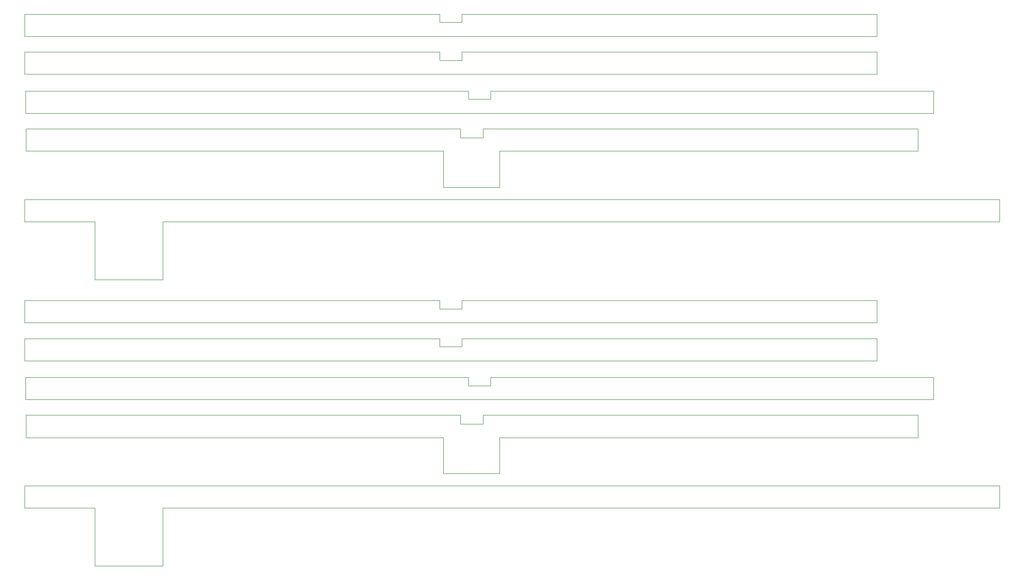
<source format=gbr>
%TF.GenerationSoftware,KiCad,Pcbnew,8.0.3*%
%TF.CreationDate,2024-06-11T13:51:46-04:00*%
%TF.ProjectId,915-yagi,3931352d-7961-4676-992e-6b696361645f,rev?*%
%TF.SameCoordinates,Original*%
%TF.FileFunction,Profile,NP*%
%FSLAX46Y46*%
G04 Gerber Fmt 4.6, Leading zero omitted, Abs format (unit mm)*
G04 Created by KiCad (PCBNEW 8.0.3) date 2024-06-11 13:51:46*
%MOMM*%
%LPD*%
G01*
G04 APERTURE LIST*
%TA.AperFunction,Profile*%
%ADD10C,0.050000*%
%TD*%
G04 APERTURE END LIST*
D10*
X94055000Y-75160000D02*
X98055000Y-75160000D01*
X98055000Y-73660000D01*
X172555000Y-73660000D01*
X172555000Y-77660000D01*
X19555000Y-77660000D01*
X19555000Y-73660000D01*
X94055000Y-73660000D01*
X94055000Y-75160000D01*
X94070000Y-68350000D02*
X98070000Y-68350000D01*
X98070000Y-66850000D01*
X172570000Y-66850000D01*
X172570000Y-70850000D01*
X19570000Y-70850000D01*
X19570000Y-66850000D01*
X94070000Y-66850000D01*
X94070000Y-68350000D01*
X99185000Y-82145000D02*
X103185000Y-82145000D01*
X103185000Y-80645000D01*
X182685000Y-80645000D01*
X182685000Y-84645000D01*
X19685000Y-84645000D01*
X19685000Y-80645000D01*
X99185000Y-80645000D01*
X99185000Y-82145000D01*
X97775000Y-89040000D02*
X101875000Y-89040000D01*
X101875000Y-87440000D01*
X179875000Y-87440000D01*
X179875000Y-91440000D01*
X104775000Y-91440000D01*
X104775000Y-97940000D01*
X94775000Y-97940000D01*
X94775000Y-91440000D01*
X19775000Y-91440000D01*
X19775000Y-87440000D01*
X97775000Y-87440000D01*
X97775000Y-89040000D01*
X194584000Y-104115000D02*
X44398000Y-104115000D01*
X44398000Y-114540000D01*
X32178000Y-114540000D01*
X32178000Y-104115000D01*
X19584000Y-104115000D01*
X19584000Y-100115000D01*
X194584000Y-100115000D01*
X194584000Y-104115000D01*
X194584000Y-52680000D02*
X44398000Y-52680000D01*
X44398000Y-63105000D01*
X32178000Y-63105000D01*
X32178000Y-52680000D01*
X19584000Y-52680000D01*
X19584000Y-48680000D01*
X194584000Y-48680000D01*
X194584000Y-52680000D01*
X97775000Y-37605000D02*
X101875000Y-37605000D01*
X101875000Y-36005000D01*
X179875000Y-36005000D01*
X179875000Y-40005000D01*
X104775000Y-40005000D01*
X104775000Y-46505000D01*
X94775000Y-46505000D01*
X94775000Y-40005000D01*
X19775000Y-40005000D01*
X19775000Y-36005000D01*
X97775000Y-36005000D01*
X97775000Y-37605000D01*
X99185000Y-30710000D02*
X103185000Y-30710000D01*
X103185000Y-29210000D01*
X182685000Y-29210000D01*
X182685000Y-33210000D01*
X19685000Y-33210000D01*
X19685000Y-29210000D01*
X99185000Y-29210000D01*
X99185000Y-30710000D01*
X94070000Y-16915000D02*
X98070000Y-16915000D01*
X98070000Y-15415000D01*
X172570000Y-15415000D01*
X172570000Y-19415000D01*
X19570000Y-19415000D01*
X19570000Y-15415000D01*
X94070000Y-15415000D01*
X94070000Y-16915000D01*
X94055000Y-23725000D02*
X98055000Y-23725000D01*
X98055000Y-22225000D01*
X172555000Y-22225000D01*
X172555000Y-26225000D01*
X19555000Y-26225000D01*
X19555000Y-22225000D01*
X94055000Y-22225000D01*
X94055000Y-23725000D01*
M02*

</source>
